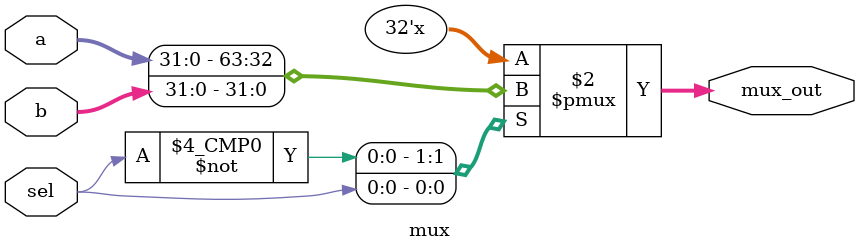
<source format=v>
`timescale 1ns / 1ps


module mux(input [31:0] a,
           input [31:0] b,
           input sel,
           output reg [31:0] mux_out
    );
    
    always @ (sel) begin
    
        case(sel) 
            0: mux_out <= a;
            1: mux_out <= b;
        endcase
        
    end
endmodule

</source>
